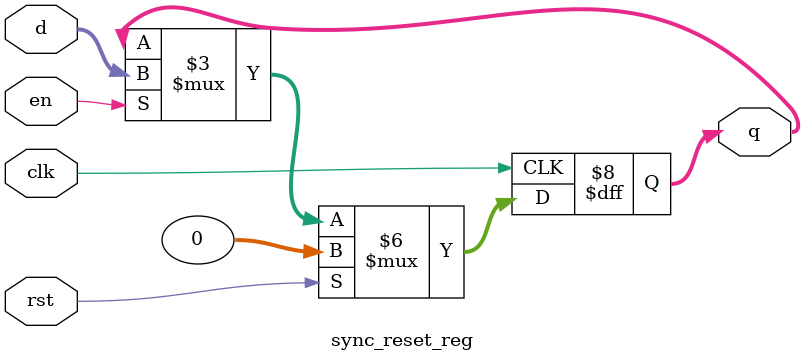
<source format=v>
module sync_reset_reg(clk, en, rst, d, q);
  parameter WIDTH = 32;
  input clk, en, rst;
  input [WIDTH-1:0] d;
  output reg [WIDTH-1:0] q;

  initial q = 0;

  always @(posedge clk) begin
    if (rst) q <= 0;
    else if (en) q <= d;
  end
endmodule
</source>
